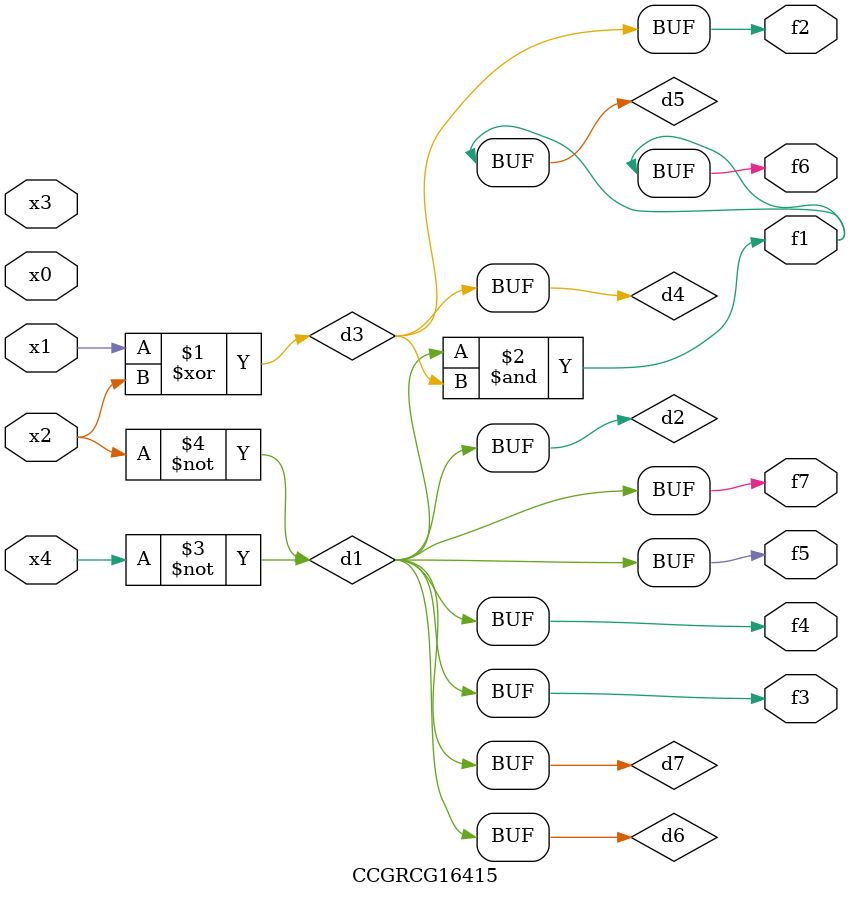
<source format=v>
module CCGRCG16415(
	input x0, x1, x2, x3, x4,
	output f1, f2, f3, f4, f5, f6, f7
);

	wire d1, d2, d3, d4, d5, d6, d7;

	not (d1, x4);
	not (d2, x2);
	xor (d3, x1, x2);
	buf (d4, d3);
	and (d5, d1, d3);
	buf (d6, d1, d2);
	buf (d7, d2);
	assign f1 = d5;
	assign f2 = d4;
	assign f3 = d7;
	assign f4 = d7;
	assign f5 = d7;
	assign f6 = d5;
	assign f7 = d7;
endmodule

</source>
